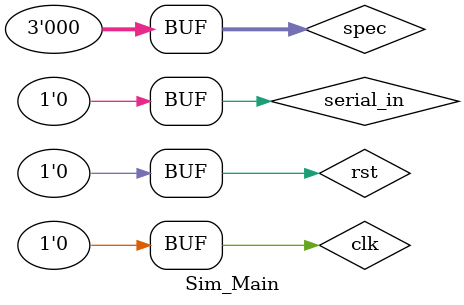
<source format=v>
`timescale 1ns / 1ps



module Sim_Main();


reg clk, rst;
reg serial_in; // ideally: should be taken up as input after 3 divided clk pulses -- if I remember correctly
reg [2:0] spec;
wire char_ready;
wire [5:0] char_out;


Main UUT(
    .char_out(char_out),
    .char_ready(char_ready),
    .rst(rst),
    .clk(clk), 
    .noisy_in(serial_in),
    .spec(spec)
);

// two of these will generate one divided clk pulse --> at the 000 spec
task automatic genClkPeriod();
    
    begin

    clk <= 1;
    #5;
    clk <= 0;
    #5;
    clk <= 1;
    #5;
    clk <= 0;
    #5;
    clk <= 1;
    #5;
    clk <= 0;
    #5;
    clk <= 1;
    #5;
    clk <= 0;
    #5;
    clk <= 1;
    #5;
    clk <= 0;
    #5;
    clk <= 1;
    #5;
    clk <= 0;
    #5;
    
    end
    
endtask

initial begin


rst <= 0;
spec <= 3'b000;
serial_in <= 0;

genClkPeriod();

genClkPeriod();

rst <= 1;

genClkPeriod();


rst <= 0; 

genClkPeriod();

serial_in <= 1;

genClkPeriod();
genClkPeriod();

serial_in <= 0; // line 92 to here: dot

genClkPeriod();
genClkPeriod();
genClkPeriod();

serial_in <= 1;

genClkPeriod();
genClkPeriod();
genClkPeriod();

serial_in <= 0;

genClkPeriod();
genClkPeriod();
genClkPeriod();


genClkPeriod();
genClkPeriod();
genClkPeriod();


serial_in <= 0;

genClkPeriod();
genClkPeriod();
genClkPeriod();
genClkPeriod();
genClkPeriod();

genClkPeriod();
genClkPeriod();
genClkPeriod();
genClkPeriod();
genClkPeriod();

genClkPeriod();
genClkPeriod();
genClkPeriod();
genClkPeriod();
genClkPeriod();

genClkPeriod();
genClkPeriod();
genClkPeriod();
genClkPeriod();
genClkPeriod();

genClkPeriod();
genClkPeriod();
genClkPeriod();
genClkPeriod();
genClkPeriod();

genClkPeriod();
genClkPeriod();
genClkPeriod();
genClkPeriod();
genClkPeriod();


end



endmodule
</source>
